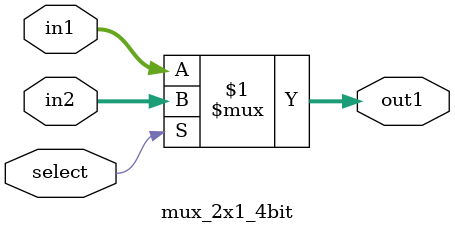
<source format=v>
module mux_2x1_4bit(in1,in2,out1,select);
  
  input wire [3:0] in1,in2;
  input wire select;
  output wire [3:0] out1;
  
  assign out1=(select)? in2 : in1;
  
endmodule

</source>
